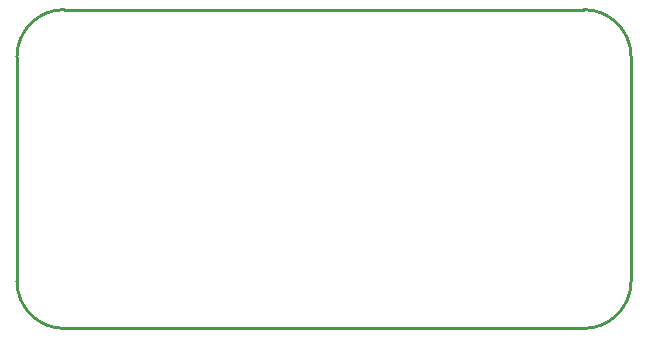
<source format=gm1>
G04*
G04 #@! TF.GenerationSoftware,Altium Limited,Altium Designer,20.0.12 (288)*
G04*
G04 Layer_Color=8388736*
%FSLAX24Y24*%
%MOIN*%
G70*
G01*
G75*
%ADD12C,0.0100*%
D12*
X1575Y10630D02*
G03*
X0Y9055I0J-1575D01*
G01*
X20472D02*
G03*
X18898Y10630I-1575J0D01*
G01*
Y0D02*
G03*
X20472Y1575I0J1575D01*
G01*
X0D02*
G03*
X1575Y0I1575J0D01*
G01*
X0Y1575D02*
Y9055D01*
X1575Y0D02*
X18898D01*
X20472Y1575D02*
Y9055D01*
X1575Y10630D02*
X18898D01*
M02*

</source>
